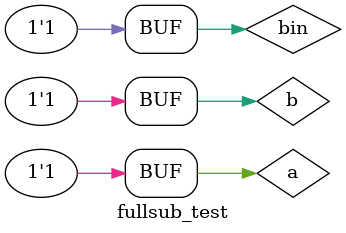
<source format=v>

`timescale 1 ns/10 ps

module fullsub(a,b,bin,diff,borrow);

   input a,b,bin;
   output wire diff,borrow;


assign diff=a^b^bin;
assign borrow=(~a&bin)|(~a&b)|(b&bin);
endmodule

module fullsub_test;
reg a,b,bin;
wire diff,borrow;

fullsub UUT(.a(a),.b(b),.bin(bin),.diff(diff),.borrow(borrow));
initial begin
$monitor($time,"a=%b b=%b bin=%b diff=%b borrow=%b",a,b,bin,diff,borrow);
a=0;
b=0;
bin=0;
#10
a=0;
b=0;
bin=1;
#10
a=0;
b=1;
bin=0;
#10
a=0;
b=1;
bin=1;
#10
a=1;
b=0;
bin=0;
#10
a=1;
b=0;
bin=1;
#10
a=1;
b=1;
bin=0;
#10
a=1;
b=1;
bin=1;
end
endmodule






</source>
